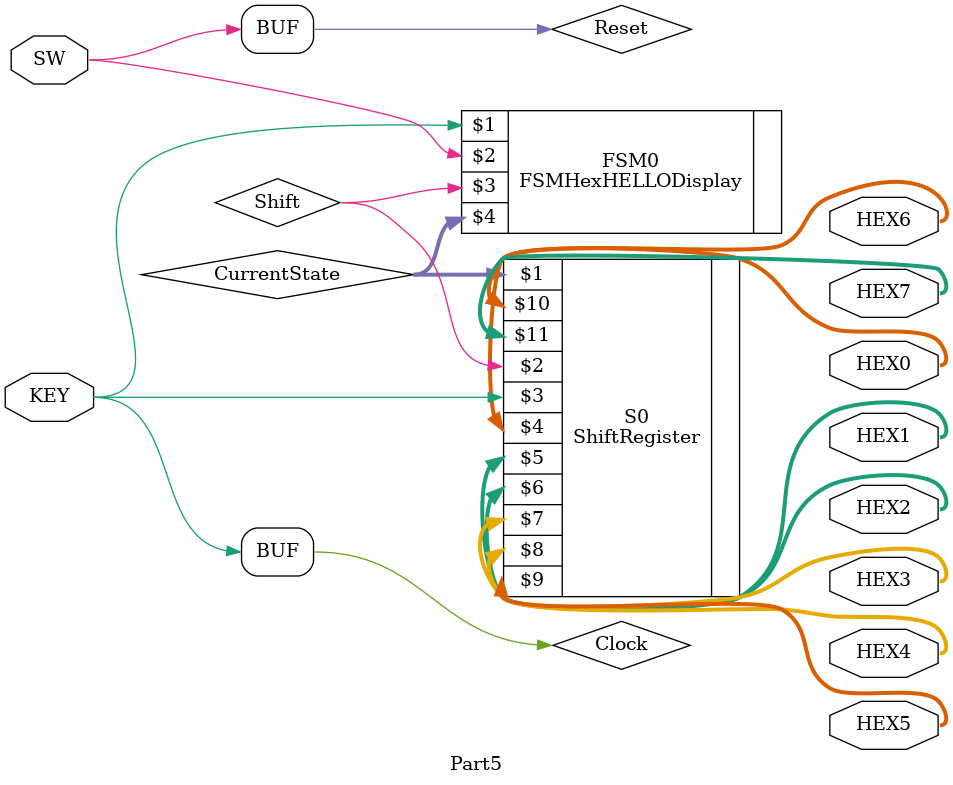
<source format=v>

module Part5 (KEY, SW, HEX0, HEX1, HEX2, HEX3, HEX4, HEX5, HEX6, HEX7);
   input [0:0] KEY;              // System clock
   input [0:0] SW;               // Synchronous reset
   output [0:6] HEX0, HEX1, HEX2, HEX3, HEX4, HEX5, HEX6, HEX7;
   
   wire Shift;                   // Used to determine when to loop HELLO
   
   wire Reset, Clock;            // Wires used to make code cleaner
   assign Clock = KEY[0];        // Wires used to make code cleaner
   assign Reset = SW[0];         // Wires used to make code cleaner
   
   wire [3:0] CurrentState;      // Used to make Quartus recognize the State Machine
   
   FSMHexHELLODisplay FSM0(Clock, Reset, Shift, CurrentState);
   
   ShiftRegister S0(CurrentState, Shift, Clock, HEX0, HEX1, HEX2, HEX3, HEX4, HEX5, HEX6, HEX7);
endmodule

</source>
